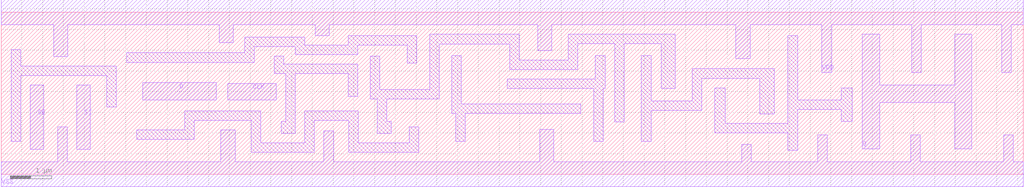
<source format=lef>
# Copyright 2022 GlobalFoundries PDK Authors
#
# Licensed under the Apache License, Version 2.0 (the "License");
# you may not use this file except in compliance with the License.
# You may obtain a copy of the License at
#
#      http://www.apache.org/licenses/LICENSE-2.0
#
# Unless required by applicable law or agreed to in writing, software
# distributed under the License is distributed on an "AS IS" BASIS,
# WITHOUT WARRANTIES OR CONDITIONS OF ANY KIND, either express or implied.
# See the License for the specific language governing permissions and
# limitations under the License.

MACRO gf180mcu_fd_sc_mcu7t5v0__sdffq_4
  CLASS core ;
  FOREIGN gf180mcu_fd_sc_mcu7t5v0__sdffq_4 0.0 0.0 ;
  ORIGIN 0 0 ;
  SYMMETRY X Y ;
  SITE GF018hv5v_mcu_sc7 ;
  SIZE 24.64 BY 3.92 ;
  PIN D
    DIRECTION INPUT ;
    ANTENNAGATEAREA 0.531 ;
    PORT
      LAYER METAL1 ;
        POLYGON 3.41 1.795 5.18 1.795 5.18 2.215 3.41 2.215  ;
    END
  END D
  PIN SE
    DIRECTION INPUT ;
    ANTENNAGATEAREA 1.062 ;
    PORT
      LAYER METAL1 ;
        POLYGON 0.705 0.6 1.03 0.6 1.03 2.155 0.705 2.155  ;
    END
  END SE
  PIN SI
    DIRECTION INPUT ;
    ANTENNAGATEAREA 0.531 ;
    PORT
      LAYER METAL1 ;
        POLYGON 1.825 0.6 2.15 0.6 2.15 2.155 1.825 2.155  ;
    END
  END SI
  PIN CLK
    DIRECTION INPUT ;
    USE clock ;
    ANTENNAGATEAREA 0.739 ;
    PORT
      LAYER METAL1 ;
        POLYGON 5.465 1.795 6.63 1.795 6.63 2.19 5.465 2.19  ;
    END
  END CLK
  PIN Q
    DIRECTION OUTPUT ;
    ANTENNADIFFAREA 2.2327 ;
    PORT
      LAYER METAL1 ;
        POLYGON 20.76 0.615 21.18 0.615 21.18 1.74 22.98 1.74 22.98 0.615 23.4 0.615 23.4 3.39 22.98 3.39 22.98 2.16 21.18 2.16 21.18 3.39 20.76 3.39  ;
    END
  END Q
  PIN VDD
    DIRECTION INOUT ;
    USE power ;
    SHAPE ABUTMENT ;
    PORT
      LAYER METAL1 ;
        POLYGON 0 3.62 1.26 3.62 1.26 2.845 1.6 2.845 1.6 3.62 2.775 3.62 5.25 3.62 5.25 3.18 5.59 3.18 5.59 3.62 7.57 3.62 7.57 3.35 7.91 3.35 7.91 3.62 10.015 3.62 12.93 3.62 12.93 2.995 13.27 2.995 13.27 3.62 16.245 3.62 17.71 3.62 17.71 2.8 18.05 2.8 18.05 3.62 18.63 3.62 19.785 3.62 19.785 2.46 20.015 2.46 20.015 3.62 20.515 3.62 21.945 3.62 21.945 2.46 22.175 2.46 22.175 3.62 24.115 3.62 24.115 2.46 24.345 2.46 24.345 3.62 24.64 3.62 24.64 4.22 20.515 4.22 18.63 4.22 16.245 4.22 10.015 4.22 2.775 4.22 0 4.22  ;
    END
  END VDD
  PIN VSS
    DIRECTION INOUT ;
    USE ground ;
    SHAPE ABUTMENT ;
    PORT
      LAYER METAL1 ;
        POLYGON 0 -0.3 24.64 -0.3 24.64 0.3 24.395 0.3 24.395 0.95 24.165 0.95 24.165 0.3 22.155 0.3 22.155 0.95 21.925 0.95 21.925 0.3 19.915 0.3 19.915 0.95 19.685 0.95 19.685 0.3 18.075 0.3 18.075 0.725 17.845 0.725 17.845 0.3 13.32 0.3 13.32 1.085 12.98 1.085 12.98 0.3 8.01 0.3 8.01 1.045 7.78 1.045 7.78 0.3 5.635 0.3 5.635 1.075 5.295 1.075 5.295 0.3 1.595 0.3 1.595 1.14 1.365 1.14 1.365 0.3 0 0.3  ;
    END
  END VSS
  OBS
      LAYER METAL1 ;
        POLYGON 0.245 0.79 0.475 0.79 0.475 2.385 2.545 2.385 2.545 1.625 2.775 1.625 2.775 2.615 0.475 2.615 0.475 3.015 0.245 3.015  ;
        POLYGON 6.585 2.43 6.86 2.43 6.86 1.275 6.75 1.275 6.75 0.99 7.09 0.99 7.09 2.43 8.37 2.43 8.37 1.875 8.6 1.875 8.6 2.66 6.815 2.66 6.815 2.86 6.585 2.86  ;
        POLYGON 3.03 2.705 6.105 2.705 6.105 3.09 7.09 3.09 7.09 2.89 8.6 2.89 8.6 3.12 9.785 3.12 9.785 2.69 10.015 2.69 10.015 3.35 8.37 3.35 8.37 3.12 7.32 3.12 7.32 3.32 5.875 3.32 5.875 2.935 3.03 2.935  ;
        POLYGON 3.27 0.845 4.655 0.845 4.655 1.305 6.03 1.305 6.03 0.53 7.55 0.53 7.55 1.305 8.375 1.305 8.375 0.53 10.07 0.53 10.07 1.14 9.84 1.14 9.84 0.76 8.605 0.76 8.605 1.535 7.32 1.535 7.32 0.76 6.26 0.76 6.26 1.535 4.425 1.535 4.425 1.075 3.27 1.075  ;
        POLYGON 10.855 1.47 10.96 1.47 10.96 0.8 11.19 0.8 11.19 1.47 13.965 1.47 13.965 1.7 11.085 1.7 11.085 2.87 10.855 2.87  ;
        POLYGON 12.2 2.07 14.285 2.07 14.285 0.8 14.515 0.8 14.515 2.07 14.555 2.07 14.555 2.87 14.325 2.87 14.325 2.3 12.2 2.3  ;
        POLYGON 9.295 1.82 10.555 1.82 10.555 3.15 12.26 3.15 12.26 2.53 13.9 2.53 13.9 3.16 14.785 3.16 14.785 1.26 15.015 1.26 15.015 3.16 15.905 3.16 15.905 2.07 16.245 2.07 16.245 3.39 13.67 3.39 13.67 2.765 12.49 2.765 12.49 3.39 10.325 3.39 10.325 2.05 9.13 2.05 9.13 2.86 8.9 2.86 8.9 1.82 9.065 1.82 9.065 0.99 9.405 0.99 9.405 1.275 9.295 1.275  ;
        POLYGON 15.425 0.8 15.675 0.8 15.675 1.54 16.885 1.54 16.885 2.315 18.29 2.315 18.29 1.46 18.63 1.46 18.63 2.55 16.655 2.55 16.655 1.775 15.675 1.775 15.675 2.87 15.425 2.87  ;
        POLYGON 17.195 0.995 18.965 0.995 18.965 0.575 19.195 0.575 19.195 1.565 20.245 1.565 20.245 1.275 20.515 1.275 20.515 2.085 20.245 2.085 20.245 1.795 19.195 1.795 19.195 3.345 18.965 3.345 18.965 1.23 17.455 1.23 17.455 2.08 17.195 2.08  ;
  END
END gf180mcu_fd_sc_mcu7t5v0__sdffq_4

</source>
